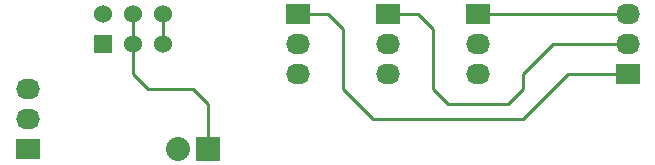
<source format=gbr>
G04 #@! TF.FileFunction,Copper,L1,Top,Signal*
%FSLAX46Y46*%
G04 Gerber Fmt 4.6, Leading zero omitted, Abs format (unit mm)*
G04 Created by KiCad (PCBNEW 4.0.2-stable) date 4/25/2016 1:20:28 PM*
%MOMM*%
G01*
G04 APERTURE LIST*
%ADD10C,0.100000*%
%ADD11R,2.032000X2.032000*%
%ADD12O,2.032000X2.032000*%
%ADD13R,2.032000X1.727200*%
%ADD14O,2.032000X1.727200*%
%ADD15R,1.524000X1.524000*%
%ADD16C,1.524000*%
%ADD17C,0.254000*%
G04 APERTURE END LIST*
D10*
D11*
X154940000Y-96520000D03*
D12*
X152400000Y-96520000D03*
D13*
X162560000Y-85090000D03*
D14*
X162560000Y-87630000D03*
X162560000Y-90170000D03*
D13*
X190500000Y-90170000D03*
D14*
X190500000Y-87630000D03*
X190500000Y-85090000D03*
D13*
X170180000Y-85090000D03*
D14*
X170180000Y-87630000D03*
X170180000Y-90170000D03*
D13*
X177800000Y-85090000D03*
D14*
X177800000Y-87630000D03*
X177800000Y-90170000D03*
D13*
X139700000Y-96520000D03*
D14*
X139700000Y-93980000D03*
X139700000Y-91440000D03*
D15*
X146050000Y-87630000D03*
D16*
X148590000Y-87630000D03*
X151130000Y-87630000D03*
X151130000Y-85090000D03*
X148590000Y-85090000D03*
X146050000Y-85090000D03*
D17*
X154940000Y-96520000D02*
X154940000Y-92710000D01*
X148590000Y-90170000D02*
X148590000Y-87630000D01*
X149860000Y-91440000D02*
X148590000Y-90170000D01*
X153670000Y-91440000D02*
X149860000Y-91440000D01*
X154940000Y-92710000D02*
X153670000Y-91440000D01*
X148590000Y-85090000D02*
X148590000Y-87630000D01*
X185420000Y-90170000D02*
X190500000Y-90170000D01*
X184150000Y-91440000D02*
X185420000Y-90170000D01*
X181610000Y-93980000D02*
X184150000Y-91440000D01*
X168910000Y-93980000D02*
X181610000Y-93980000D01*
X166370000Y-91440000D02*
X168910000Y-93980000D01*
X166370000Y-86360000D02*
X166370000Y-91440000D01*
X165100000Y-85090000D02*
X166370000Y-86360000D01*
X162560000Y-85090000D02*
X165100000Y-85090000D01*
X170180000Y-85090000D02*
X172720000Y-85090000D01*
X184150000Y-87630000D02*
X190500000Y-87630000D01*
X181610000Y-90170000D02*
X184150000Y-87630000D01*
X181610000Y-91440000D02*
X181610000Y-90170000D01*
X180340000Y-92710000D02*
X181610000Y-91440000D01*
X175260000Y-92710000D02*
X180340000Y-92710000D01*
X173990000Y-91440000D02*
X175260000Y-92710000D01*
X173990000Y-86360000D02*
X173990000Y-91440000D01*
X172720000Y-85090000D02*
X173990000Y-86360000D01*
X177800000Y-85090000D02*
X190500000Y-85090000D01*
X151130000Y-85090000D02*
X151130000Y-87630000D01*
M02*

</source>
